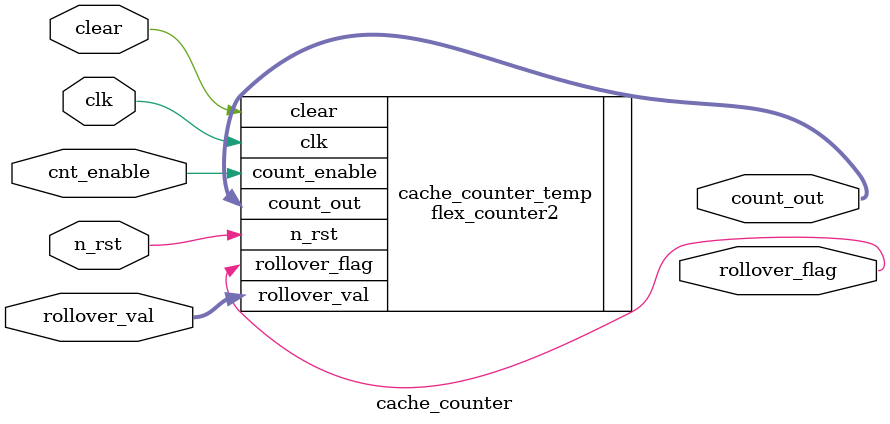
<source format=sv>

module cache_counter(
	input wire clk,n_rst,cnt_enable,clear,
	input wire [7:0] rollover_val,
	//output wire cache_dump_half,
	output wire rollover_flag,
	output reg [7:0] count_out
);
	//assign cache_dump_half = (count_out < 8'd128) ? 1'b0:1'b1;
	flex_counter2#(8) cache_counter_temp(.clk(clk),.n_rst(n_rst),.clear(clear),.count_enable(cnt_enable),.rollover_val(rollover_val),.count_out(count_out),.rollover_flag(rollover_flag));
endmodule

</source>
